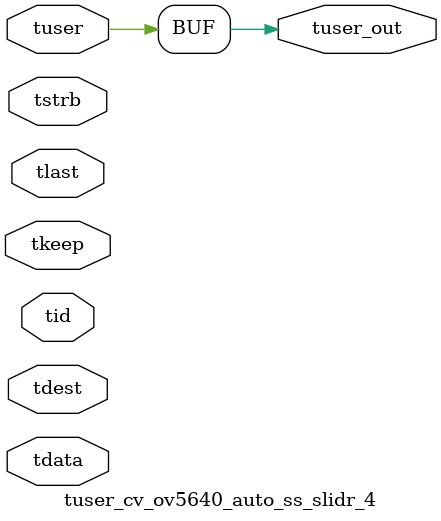
<source format=v>


`timescale 1ps/1ps

module tuser_cv_ov5640_auto_ss_slidr_4 #
(
parameter C_S_AXIS_TUSER_WIDTH = 1,
parameter C_S_AXIS_TDATA_WIDTH = 32,
parameter C_S_AXIS_TID_WIDTH   = 0,
parameter C_S_AXIS_TDEST_WIDTH = 0,
parameter C_M_AXIS_TUSER_WIDTH = 1
)
(
input  [(C_S_AXIS_TUSER_WIDTH == 0 ? 1 : C_S_AXIS_TUSER_WIDTH)-1:0     ] tuser,
input  [(C_S_AXIS_TDATA_WIDTH == 0 ? 1 : C_S_AXIS_TDATA_WIDTH)-1:0     ] tdata,
input  [(C_S_AXIS_TID_WIDTH   == 0 ? 1 : C_S_AXIS_TID_WIDTH)-1:0       ] tid,
input  [(C_S_AXIS_TDEST_WIDTH == 0 ? 1 : C_S_AXIS_TDEST_WIDTH)-1:0     ] tdest,
input  [(C_S_AXIS_TDATA_WIDTH/8)-1:0 ] tkeep,
input  [(C_S_AXIS_TDATA_WIDTH/8)-1:0 ] tstrb,
input                                                                    tlast,
output [C_M_AXIS_TUSER_WIDTH-1:0] tuser_out
);

assign tuser_out = {tuser[0:0]};

endmodule


</source>
